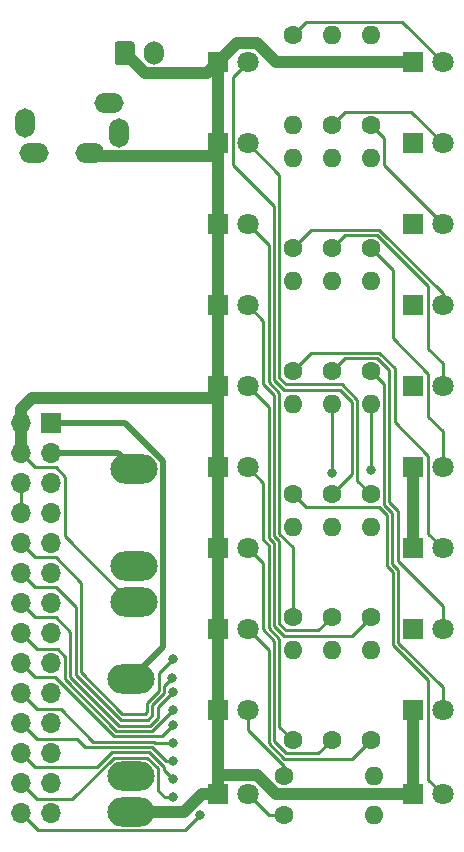
<source format=gbr>
%TF.GenerationSoftware,KiCad,Pcbnew,(5.1.10)-1*%
%TF.CreationDate,2022-02-04T18:43:22-05:00*%
%TF.ProjectId,OutputBoard_2,4f757470-7574-4426-9f61-72645f322e6b,rev?*%
%TF.SameCoordinates,Original*%
%TF.FileFunction,Copper,L1,Top*%
%TF.FilePolarity,Positive*%
%FSLAX46Y46*%
G04 Gerber Fmt 4.6, Leading zero omitted, Abs format (unit mm)*
G04 Created by KiCad (PCBNEW (5.1.10)-1) date 2022-02-04 18:43:22*
%MOMM*%
%LPD*%
G01*
G04 APERTURE LIST*
%TA.AperFunction,ComponentPad*%
%ADD10O,1.700000X2.500000*%
%TD*%
%TA.AperFunction,ComponentPad*%
%ADD11O,2.500000X1.700000*%
%TD*%
%TA.AperFunction,ComponentPad*%
%ADD12C,1.800000*%
%TD*%
%TA.AperFunction,ComponentPad*%
%ADD13R,1.800000X1.800000*%
%TD*%
%TA.AperFunction,ComponentPad*%
%ADD14O,4.000000X2.500000*%
%TD*%
%TA.AperFunction,ComponentPad*%
%ADD15O,1.600000X1.600000*%
%TD*%
%TA.AperFunction,ComponentPad*%
%ADD16C,1.600000*%
%TD*%
%TA.AperFunction,ComponentPad*%
%ADD17R,1.700000X1.700000*%
%TD*%
%TA.AperFunction,ComponentPad*%
%ADD18O,1.700000X1.700000*%
%TD*%
%TA.AperFunction,ComponentPad*%
%ADD19O,1.700000X2.000000*%
%TD*%
%TA.AperFunction,ViaPad*%
%ADD20C,0.800000*%
%TD*%
%TA.AperFunction,Conductor*%
%ADD21C,0.250000*%
%TD*%
%TA.AperFunction,Conductor*%
%ADD22C,1.000000*%
%TD*%
%TA.AperFunction,Conductor*%
%ADD23C,0.500000*%
%TD*%
G04 APERTURE END LIST*
D10*
%TO.P,J2,S*%
%TO.N,RPH*%
X65780000Y-59074000D03*
D11*
%TO.P,J2,G*%
%TO.N,GND*%
X63330000Y-60799000D03*
D10*
%TO.P,J2,T*%
%TO.N,LPH*%
X57880000Y-58274000D03*
D11*
%TO.P,J2,TN*%
%TO.N,Net-(J2-PadTN)*%
X58630000Y-60799000D03*
%TO.P,J2,SN*%
%TO.N,Net-(J2-PadSN)*%
X64930000Y-56549000D03*
%TD*%
D12*
%TO.P,D1,2*%
%TO.N,Net-(D1-Pad2)*%
X93218000Y-53086000D03*
D13*
%TO.P,D1,1*%
%TO.N,GND*%
X90678000Y-53086000D03*
%TD*%
%TO.P,D2,1*%
%TO.N,GND*%
X90678000Y-59944000D03*
D12*
%TO.P,D2,2*%
%TO.N,Net-(D2-Pad2)*%
X93218000Y-59944000D03*
%TD*%
%TO.P,D3,2*%
%TO.N,Net-(D3-Pad2)*%
X93218000Y-66802000D03*
D13*
%TO.P,D3,1*%
%TO.N,GND*%
X90678000Y-66802000D03*
%TD*%
%TO.P,D4,1*%
%TO.N,GND*%
X90678000Y-73660000D03*
D12*
%TO.P,D4,2*%
%TO.N,Net-(D4-Pad2)*%
X93218000Y-73660000D03*
%TD*%
%TO.P,D5,2*%
%TO.N,Net-(D5-Pad2)*%
X93218000Y-80518000D03*
D13*
%TO.P,D5,1*%
%TO.N,GND*%
X90678000Y-80518000D03*
%TD*%
%TO.P,D6,1*%
%TO.N,GND*%
X90678000Y-87376000D03*
D12*
%TO.P,D6,2*%
%TO.N,Net-(D6-Pad2)*%
X93218000Y-87376000D03*
%TD*%
%TO.P,D7,2*%
%TO.N,Net-(D7-Pad2)*%
X93218000Y-94234000D03*
D13*
%TO.P,D7,1*%
%TO.N,GND*%
X90678000Y-94234000D03*
%TD*%
%TO.P,D8,1*%
%TO.N,GND*%
X90678000Y-101092000D03*
D12*
%TO.P,D8,2*%
%TO.N,Net-(D8-Pad2)*%
X93218000Y-101092000D03*
%TD*%
%TO.P,D9,2*%
%TO.N,Net-(D9-Pad2)*%
X93218000Y-107950000D03*
D13*
%TO.P,D9,1*%
%TO.N,GND*%
X90678000Y-107950000D03*
%TD*%
%TO.P,D10,1*%
%TO.N,GND*%
X90678000Y-115062000D03*
D12*
%TO.P,D10,2*%
%TO.N,Net-(D10-Pad2)*%
X93218000Y-115062000D03*
%TD*%
%TO.P,D11,2*%
%TO.N,Net-(D11-Pad2)*%
X76708000Y-53086000D03*
D13*
%TO.P,D11,1*%
%TO.N,GND*%
X74168000Y-53086000D03*
%TD*%
%TO.P,D12,1*%
%TO.N,GND*%
X74168000Y-59944000D03*
D12*
%TO.P,D12,2*%
%TO.N,Net-(D12-Pad2)*%
X76708000Y-59944000D03*
%TD*%
%TO.P,D13,2*%
%TO.N,Net-(D13-Pad2)*%
X76708000Y-66802000D03*
D13*
%TO.P,D13,1*%
%TO.N,GND*%
X74168000Y-66802000D03*
%TD*%
D12*
%TO.P,D14,2*%
%TO.N,Net-(D14-Pad2)*%
X76708000Y-73660000D03*
D13*
%TO.P,D14,1*%
%TO.N,GND*%
X74168000Y-73660000D03*
%TD*%
D12*
%TO.P,D15,2*%
%TO.N,Net-(D15-Pad2)*%
X76708000Y-80518000D03*
D13*
%TO.P,D15,1*%
%TO.N,GND*%
X74168000Y-80518000D03*
%TD*%
%TO.P,D16,1*%
%TO.N,GND*%
X74168000Y-87376000D03*
D12*
%TO.P,D16,2*%
%TO.N,Net-(D16-Pad2)*%
X76708000Y-87376000D03*
%TD*%
D13*
%TO.P,D17,1*%
%TO.N,GND*%
X74168000Y-94234000D03*
D12*
%TO.P,D17,2*%
%TO.N,Net-(D17-Pad2)*%
X76708000Y-94234000D03*
%TD*%
D13*
%TO.P,D18,1*%
%TO.N,GND*%
X74168000Y-101092000D03*
D12*
%TO.P,D18,2*%
%TO.N,Net-(D18-Pad2)*%
X76708000Y-101092000D03*
%TD*%
%TO.P,D19,2*%
%TO.N,Net-(D19-Pad2)*%
X76708000Y-107950000D03*
D13*
%TO.P,D19,1*%
%TO.N,GND*%
X74168000Y-107950000D03*
%TD*%
%TO.P,D20,1*%
%TO.N,GND*%
X74168000Y-115062000D03*
D12*
%TO.P,D20,2*%
%TO.N,Net-(D20-Pad2)*%
X76708000Y-115062000D03*
%TD*%
D14*
%TO.P,J3,3*%
%TO.N,L*%
X67056000Y-87558000D03*
%TO.P,J3,2*%
%TO.N,Net-(J3-Pad2)*%
X67056000Y-95758000D03*
%TO.P,J3,1*%
%TO.N,GND*%
X67056000Y-98758000D03*
%TD*%
%TO.P,J4,1*%
%TO.N,GND*%
X66802000Y-116538000D03*
%TO.P,J4,2*%
%TO.N,Net-(J4-Pad2)*%
X66802000Y-113538000D03*
%TO.P,J4,3*%
%TO.N,R*%
X66802000Y-105338000D03*
%TD*%
D15*
%TO.P,R1,2*%
%TO.N,L110*%
X80518000Y-58420000D03*
D16*
%TO.P,R1,1*%
%TO.N,Net-(D1-Pad2)*%
X80518000Y-50800000D03*
%TD*%
%TO.P,R2,1*%
%TO.N,Net-(D2-Pad2)*%
X83820000Y-58420000D03*
D15*
%TO.P,R2,2*%
%TO.N,L19*%
X83820000Y-50800000D03*
%TD*%
%TO.P,R3,2*%
%TO.N,L18*%
X87122000Y-50800000D03*
D16*
%TO.P,R3,1*%
%TO.N,Net-(D3-Pad2)*%
X87122000Y-58420000D03*
%TD*%
D15*
%TO.P,R4,2*%
%TO.N,L17*%
X80518000Y-61214000D03*
D16*
%TO.P,R4,1*%
%TO.N,Net-(D4-Pad2)*%
X80518000Y-68834000D03*
%TD*%
%TO.P,R5,1*%
%TO.N,Net-(D5-Pad2)*%
X83820000Y-68834000D03*
D15*
%TO.P,R5,2*%
%TO.N,L16*%
X83820000Y-61214000D03*
%TD*%
D16*
%TO.P,R6,1*%
%TO.N,Net-(D6-Pad2)*%
X87122000Y-68834000D03*
D15*
%TO.P,R6,2*%
%TO.N,L15*%
X87122000Y-61214000D03*
%TD*%
%TO.P,R7,2*%
%TO.N,L14*%
X80518000Y-71628000D03*
D16*
%TO.P,R7,1*%
%TO.N,Net-(D7-Pad2)*%
X80518000Y-79248000D03*
%TD*%
%TO.P,R8,1*%
%TO.N,Net-(D8-Pad2)*%
X83820000Y-79248000D03*
D15*
%TO.P,R8,2*%
%TO.N,L13*%
X83820000Y-71628000D03*
%TD*%
%TO.P,R9,2*%
%TO.N,L12*%
X87122000Y-71628000D03*
D16*
%TO.P,R9,1*%
%TO.N,Net-(D9-Pad2)*%
X87122000Y-79248000D03*
%TD*%
D15*
%TO.P,R10,2*%
%TO.N,L11*%
X80518000Y-82042000D03*
D16*
%TO.P,R10,1*%
%TO.N,Net-(D10-Pad2)*%
X80518000Y-89662000D03*
%TD*%
%TO.P,R11,1*%
%TO.N,Net-(D11-Pad2)*%
X83820000Y-89662000D03*
D15*
%TO.P,R11,2*%
%TO.N,R110*%
X83820000Y-82042000D03*
%TD*%
D16*
%TO.P,R12,1*%
%TO.N,Net-(D12-Pad2)*%
X87122000Y-89662000D03*
D15*
%TO.P,R12,2*%
%TO.N,R19*%
X87122000Y-82042000D03*
%TD*%
%TO.P,R13,2*%
%TO.N,R18*%
X80518000Y-92456000D03*
D16*
%TO.P,R13,1*%
%TO.N,Net-(D13-Pad2)*%
X80518000Y-100076000D03*
%TD*%
D15*
%TO.P,R14,2*%
%TO.N,R17*%
X83820000Y-92456000D03*
D16*
%TO.P,R14,1*%
%TO.N,Net-(D14-Pad2)*%
X83820000Y-100076000D03*
%TD*%
%TO.P,R15,1*%
%TO.N,Net-(D15-Pad2)*%
X87122000Y-100076000D03*
D15*
%TO.P,R15,2*%
%TO.N,R16*%
X87122000Y-92456000D03*
%TD*%
%TO.P,R16,2*%
%TO.N,R15*%
X80518000Y-102870000D03*
D16*
%TO.P,R16,1*%
%TO.N,Net-(D16-Pad2)*%
X80518000Y-110490000D03*
%TD*%
%TO.P,R17,1*%
%TO.N,Net-(D17-Pad2)*%
X83820000Y-110490000D03*
D15*
%TO.P,R17,2*%
%TO.N,R14*%
X83820000Y-102870000D03*
%TD*%
D16*
%TO.P,R18,1*%
%TO.N,Net-(D18-Pad2)*%
X87122000Y-110490000D03*
D15*
%TO.P,R18,2*%
%TO.N,R13*%
X87122000Y-102870000D03*
%TD*%
%TO.P,R19,2*%
%TO.N,R12*%
X87376000Y-113538000D03*
D16*
%TO.P,R19,1*%
%TO.N,Net-(D19-Pad2)*%
X79756000Y-113538000D03*
%TD*%
%TO.P,R20,1*%
%TO.N,Net-(D20-Pad2)*%
X79756000Y-116840000D03*
D15*
%TO.P,R20,2*%
%TO.N,R11*%
X87376000Y-116840000D03*
%TD*%
D17*
%TO.P,J1,1*%
%TO.N,R*%
X60060000Y-83660000D03*
D18*
%TO.P,J1,2*%
%TO.N,GND*%
X57520000Y-83660000D03*
%TO.P,J1,3*%
%TO.N,L*%
X60060000Y-86200000D03*
%TO.P,J1,4*%
%TO.N,GND*%
X57520000Y-86200000D03*
%TO.P,J1,5*%
%TO.N,RPH*%
X60060000Y-88740000D03*
%TO.P,J1,6*%
%TO.N,MONO*%
X57520000Y-88740000D03*
%TO.P,J1,7*%
%TO.N,LPH*%
X60060000Y-91280000D03*
%TO.P,J1,8*%
%TO.N,MONO*%
X57520000Y-91280000D03*
%TO.P,J1,9*%
%TO.N,L11*%
X60060000Y-93820000D03*
%TO.P,J1,10*%
%TO.N,R11*%
X57520000Y-93820000D03*
%TO.P,J1,11*%
%TO.N,L12*%
X60060000Y-96360000D03*
%TO.P,J1,12*%
%TO.N,R12*%
X57520000Y-96360000D03*
%TO.P,J1,13*%
%TO.N,L13*%
X60060000Y-98900000D03*
%TO.P,J1,14*%
%TO.N,R13*%
X57520000Y-98900000D03*
%TO.P,J1,15*%
%TO.N,L14*%
X60060000Y-101440000D03*
%TO.P,J1,16*%
%TO.N,R14*%
X57520000Y-101440000D03*
%TO.P,J1,17*%
%TO.N,L15*%
X60060000Y-103980000D03*
%TO.P,J1,18*%
%TO.N,R15*%
X57520000Y-103980000D03*
%TO.P,J1,19*%
%TO.N,L16*%
X60060000Y-106520000D03*
%TO.P,J1,20*%
%TO.N,R16*%
X57520000Y-106520000D03*
%TO.P,J1,21*%
%TO.N,L17*%
X60060000Y-109060000D03*
%TO.P,J1,22*%
%TO.N,R17*%
X57520000Y-109060000D03*
%TO.P,J1,23*%
%TO.N,L18*%
X60060000Y-111600000D03*
%TO.P,J1,24*%
%TO.N,R18*%
X57520000Y-111600000D03*
%TO.P,J1,25*%
%TO.N,L19*%
X60060000Y-114140000D03*
%TO.P,J1,26*%
%TO.N,R19*%
X57520000Y-114140000D03*
%TO.P,J1,27*%
%TO.N,L110*%
X60060000Y-116680000D03*
%TO.P,J1,28*%
%TO.N,R110*%
X57520000Y-116680000D03*
%TD*%
%TO.P,J5,1*%
%TO.N,GND*%
%TA.AperFunction,ComponentPad*%
G36*
G01*
X65444000Y-53074000D02*
X65444000Y-51574000D01*
G75*
G02*
X65694000Y-51324000I250000J0D01*
G01*
X66894000Y-51324000D01*
G75*
G02*
X67144000Y-51574000I0J-250000D01*
G01*
X67144000Y-53074000D01*
G75*
G02*
X66894000Y-53324000I-250000J0D01*
G01*
X65694000Y-53324000D01*
G75*
G02*
X65444000Y-53074000I0J250000D01*
G01*
G37*
%TD.AperFunction*%
D19*
%TO.P,J5,2*%
%TO.N,MONO*%
X68794000Y-52324000D03*
%TD*%
D20*
%TO.N,R11*%
X70358000Y-103632000D03*
%TO.N,R12*%
X70300998Y-105213002D03*
%TO.N,R13*%
X70358000Y-106426000D03*
%TO.N,R14*%
X70358000Y-107950000D03*
%TO.N,R15*%
X70358000Y-109220000D03*
%TO.N,R16*%
X70358000Y-110744000D03*
%TO.N,R17*%
X70358000Y-112268000D03*
%TO.N,R18*%
X70358000Y-113792000D03*
%TO.N,R19*%
X70358000Y-115316000D03*
X87122000Y-87630000D03*
%TO.N,R110*%
X83820000Y-87884000D03*
X72644000Y-116840000D03*
%TD*%
D21*
%TO.N,Net-(D1-Pad2)*%
X80518000Y-50800000D02*
X81643001Y-49674999D01*
X89806999Y-49674999D02*
X93218000Y-53086000D01*
X81643001Y-49674999D02*
X89806999Y-49674999D01*
D22*
%TO.N,GND*%
X57520000Y-86200000D02*
X57520000Y-83660000D01*
D21*
X58695001Y-87375001D02*
X57520000Y-86200000D01*
X60434003Y-87375001D02*
X58695001Y-87375001D01*
X61235001Y-88175999D02*
X60434003Y-87375001D01*
X61235001Y-93239001D02*
X61235001Y-88175999D01*
X66754000Y-98758000D02*
X61235001Y-93239001D01*
X67056000Y-98758000D02*
X66754000Y-98758000D01*
D22*
X72793998Y-115062000D02*
X74168000Y-115062000D01*
X71317998Y-116538000D02*
X72793998Y-115062000D01*
X66802000Y-116538000D02*
X71317998Y-116538000D01*
X58443919Y-81534000D02*
X74168000Y-81534000D01*
X57520000Y-82457919D02*
X58443919Y-81534000D01*
X57520000Y-83660000D02*
X57520000Y-82457919D01*
X67994010Y-54024010D02*
X66294000Y-52324000D01*
X73229990Y-54024010D02*
X67994010Y-54024010D01*
X74168000Y-53086000D02*
X73229990Y-54024010D01*
X74103990Y-61024010D02*
X74168000Y-60960000D01*
X63555010Y-61024010D02*
X74103990Y-61024010D01*
X63330000Y-60799000D02*
X63555010Y-61024010D01*
X74168000Y-60960000D02*
X74168000Y-81534000D01*
X74168000Y-53086000D02*
X74168000Y-60960000D01*
X75768001Y-51485999D02*
X74168000Y-53086000D01*
X77476001Y-51485999D02*
X75768001Y-51485999D01*
X79076002Y-53086000D02*
X77476001Y-51485999D01*
X90678000Y-53086000D02*
X79076002Y-53086000D01*
X74244001Y-113461999D02*
X74168000Y-113538000D01*
X79059998Y-115062000D02*
X77459997Y-113461999D01*
X90678000Y-115062000D02*
X79059998Y-115062000D01*
X74168000Y-113538000D02*
X74168000Y-115062000D01*
X77459997Y-113461999D02*
X74244001Y-113461999D01*
X74168000Y-81534000D02*
X74168000Y-113538000D01*
X90678000Y-107950000D02*
X90678000Y-115062000D01*
X90678000Y-94234000D02*
X90678000Y-87376000D01*
D21*
%TO.N,Net-(D2-Pad2)*%
X90568999Y-57294999D02*
X93218000Y-59944000D01*
X84945001Y-57294999D02*
X90568999Y-57294999D01*
X83820000Y-58420000D02*
X84945001Y-57294999D01*
%TO.N,Net-(D3-Pad2)*%
X88247001Y-61831001D02*
X93218000Y-66802000D01*
X88247001Y-59545001D02*
X88247001Y-61831001D01*
X87122000Y-58420000D02*
X88247001Y-59545001D01*
%TO.N,Net-(D4-Pad2)*%
X93218000Y-72628588D02*
X93218000Y-73660000D01*
X87848402Y-67258990D02*
X93218000Y-72628588D01*
X82093011Y-67258989D02*
X87848402Y-67258990D01*
X80518000Y-68834000D02*
X82093011Y-67258989D01*
%TO.N,Net-(D5-Pad2)*%
X87662001Y-67708999D02*
X89452999Y-69499997D01*
X84945001Y-67708999D02*
X87662001Y-67708999D01*
X83820000Y-68834000D02*
X84945001Y-67708999D01*
X93218000Y-78585002D02*
X93218000Y-80518000D01*
X91992999Y-72039997D02*
X89452999Y-69499997D01*
X91992999Y-77360001D02*
X91992999Y-72039997D01*
X93218000Y-78585002D02*
X91992999Y-77360001D01*
%TO.N,Net-(D6-Pad2)*%
X87122000Y-68834000D02*
X89002989Y-70714989D01*
X89002989Y-76457987D02*
X91992999Y-79447997D01*
X89002989Y-70714989D02*
X89002989Y-76457987D01*
X91992999Y-79447997D02*
X91992999Y-83102999D01*
X93218000Y-84328000D02*
X93218000Y-87376000D01*
X91992999Y-83102999D02*
X93218000Y-84328000D01*
%TO.N,Net-(D7-Pad2)*%
X82093011Y-77672989D02*
X87848402Y-77672990D01*
X80518000Y-79248000D02*
X82093011Y-77672989D01*
X91992999Y-93008999D02*
X91992999Y-86404999D01*
X93218000Y-94234000D02*
X91992999Y-93008999D01*
X89147021Y-83559021D02*
X89147021Y-82543021D01*
X91992999Y-86404999D02*
X89147021Y-83559021D01*
X87848402Y-77672990D02*
X89147021Y-78971609D01*
X89147021Y-78971609D02*
X89147021Y-82543021D01*
%TO.N,Net-(D8-Pad2)*%
X84945001Y-78122999D02*
X87662001Y-78122999D01*
X83820000Y-79248000D02*
X84945001Y-78122999D01*
X88697011Y-89864989D02*
X88697012Y-90349422D01*
X88697012Y-90349422D02*
X89408000Y-91060410D01*
X93218000Y-99159002D02*
X93218000Y-101092000D01*
X89408000Y-95349002D02*
X93218000Y-99159002D01*
X89408000Y-91060410D02*
X89408000Y-95349002D01*
X87662001Y-78122999D02*
X88697011Y-79158009D01*
X88697011Y-79158009D02*
X88697011Y-89864989D01*
%TO.N,Net-(D9-Pad2)*%
X88247003Y-90279003D02*
X88247003Y-90535823D01*
X88247001Y-90279001D02*
X88247003Y-90279003D01*
X88247001Y-90060999D02*
X88247001Y-90279001D01*
X88957990Y-91246810D02*
X88957990Y-95561990D01*
X88247003Y-90535823D02*
X88957990Y-91246810D01*
X88957990Y-95561990D02*
X89452999Y-96056999D01*
X93218000Y-106017002D02*
X93218000Y-107950000D01*
X89452999Y-102252001D02*
X93218000Y-106017002D01*
X89452999Y-96056999D02*
X89452999Y-102252001D01*
X88247001Y-80373001D02*
X88247001Y-90060999D01*
X87122000Y-79248000D02*
X88247001Y-80373001D01*
%TO.N,Net-(D10-Pad2)*%
X81643001Y-90787001D02*
X80518000Y-89662000D01*
X88507980Y-91433210D02*
X87861771Y-90787001D01*
X87861771Y-90787001D02*
X81643001Y-90787001D01*
X88507980Y-95748390D02*
X88507980Y-91433210D01*
X89002989Y-96243399D02*
X88507980Y-95748390D01*
X89002989Y-102438401D02*
X89002989Y-96243399D01*
X89452999Y-102888411D02*
X89002989Y-102438401D01*
X91992999Y-113836999D02*
X93218000Y-115062000D01*
X91992999Y-105428411D02*
X91992999Y-113836999D01*
X89452999Y-102888411D02*
X91992999Y-105428411D01*
%TO.N,Net-(D11-Pad2)*%
X83820000Y-89662000D02*
X85546989Y-87935011D01*
X85546989Y-87935011D02*
X85546989Y-81865399D01*
X79791598Y-80823010D02*
X78942989Y-79974401D01*
X84504601Y-80823011D02*
X79791598Y-80823010D01*
X85546989Y-81865399D02*
X84504601Y-80823011D01*
X78942989Y-79974401D02*
X78942989Y-65278000D01*
X75482999Y-61818010D02*
X75482999Y-54311001D01*
X75482999Y-54311001D02*
X76708000Y-53086000D01*
X78942989Y-65278000D02*
X75482999Y-61818010D01*
%TO.N,Net-(D12-Pad2)*%
X85996999Y-88536999D02*
X85996999Y-81678999D01*
X87122000Y-89662000D02*
X85996999Y-88536999D01*
X85996999Y-81678999D02*
X84691001Y-80373001D01*
X79977999Y-80373001D02*
X79392999Y-79788001D01*
X84691001Y-80373001D02*
X79977999Y-80373001D01*
X79392999Y-62628999D02*
X76708000Y-59944000D01*
X79392999Y-79788001D02*
X79392999Y-62628999D01*
%TO.N,Net-(D13-Pad2)*%
X78486000Y-68580000D02*
X76708000Y-66802000D01*
X79392999Y-81060821D02*
X78486000Y-80153822D01*
X79392999Y-92996001D02*
X79392999Y-81060821D01*
X78486000Y-80153822D02*
X78486000Y-68580000D01*
X80518000Y-94121002D02*
X79392999Y-92996001D01*
X80518000Y-100076000D02*
X80518000Y-94121002D01*
%TO.N,Net-(D14-Pad2)*%
X79392999Y-100616001D02*
X79392999Y-93632411D01*
X79977999Y-101201001D02*
X79392999Y-100616001D01*
X82694999Y-101201001D02*
X79977999Y-101201001D01*
X83820000Y-100076000D02*
X82694999Y-101201001D01*
X79392999Y-93632411D02*
X78942989Y-93182401D01*
X78942989Y-81247221D02*
X78035990Y-80340222D01*
X78942989Y-93182401D02*
X78942989Y-81247221D01*
X78035990Y-74987990D02*
X76708000Y-73660000D01*
X78035990Y-80340222D02*
X78035990Y-74987990D01*
%TO.N,Net-(D15-Pad2)*%
X85546989Y-101651011D02*
X79791599Y-101651011D01*
X87122000Y-100076000D02*
X85546989Y-101651011D01*
X79791599Y-101651011D02*
X78942989Y-100802401D01*
X78942989Y-100802401D02*
X78942989Y-93818811D01*
X78942989Y-93818811D02*
X78486000Y-93361822D01*
X78486000Y-82296000D02*
X76708000Y-80518000D01*
X78486000Y-93361822D02*
X78486000Y-82296000D01*
%TO.N,Net-(D16-Pad2)*%
X80518000Y-110490000D02*
X79392999Y-109364999D01*
X79392999Y-109364999D02*
X79392999Y-101888821D01*
X79392999Y-101888821D02*
X78486000Y-100981822D01*
X78486000Y-100981822D02*
X78486000Y-93998232D01*
X78486000Y-93998232D02*
X78035990Y-93548222D01*
X78035990Y-88703990D02*
X76708000Y-87376000D01*
X78035990Y-93548222D02*
X78035990Y-88703990D01*
%TO.N,Net-(D17-Pad2)*%
X79977999Y-111615001D02*
X78942989Y-110579991D01*
X82694999Y-111615001D02*
X79977999Y-111615001D01*
X83820000Y-110490000D02*
X82694999Y-111615001D01*
X78942989Y-102075221D02*
X77978000Y-101110232D01*
X78942989Y-110579991D02*
X78942989Y-102075221D01*
X77978000Y-95504000D02*
X76708000Y-94234000D01*
X77978000Y-101110232D02*
X77978000Y-95504000D01*
%TO.N,Net-(D18-Pad2)*%
X79791598Y-112065010D02*
X78486000Y-110759412D01*
X85546989Y-112065011D02*
X79791598Y-112065010D01*
X87122000Y-110490000D02*
X85546989Y-112065011D01*
X78486000Y-102870000D02*
X76708000Y-101092000D01*
X78486000Y-110759412D02*
X78486000Y-102870000D01*
%TO.N,Net-(D19-Pad2)*%
X79756000Y-113538000D02*
X79756000Y-112665822D01*
X76708000Y-109617822D02*
X76708000Y-107950000D01*
X79756000Y-112665822D02*
X76708000Y-109617822D01*
%TO.N,Net-(D20-Pad2)*%
X78486000Y-116840000D02*
X76708000Y-115062000D01*
X79756000Y-116840000D02*
X78486000Y-116840000D01*
D23*
%TO.N,R*%
X66312177Y-83660000D02*
X60060000Y-83660000D01*
X69506010Y-86853833D02*
X66312177Y-83660000D01*
X69506010Y-102633990D02*
X69506010Y-86853833D01*
X66802000Y-105338000D02*
X69506010Y-102633990D01*
%TO.N,L*%
X65698000Y-86200000D02*
X67056000Y-87558000D01*
X60060000Y-86200000D02*
X65698000Y-86200000D01*
D21*
%TO.N,MONO*%
X57520000Y-91280000D02*
X57520000Y-88740000D01*
%TO.N,R11*%
X60434003Y-94995001D02*
X62585031Y-97146029D01*
X58695001Y-94995001D02*
X60434003Y-94995001D01*
X57520000Y-93820000D02*
X58695001Y-94995001D01*
X62585031Y-97146029D02*
X62585031Y-104746211D01*
X62585031Y-104746211D02*
X66104205Y-108265385D01*
X68187980Y-108088020D02*
X68187981Y-107323199D01*
X68010615Y-108265385D02*
X68187980Y-108088020D01*
X66104205Y-108265385D02*
X68010615Y-108265385D01*
X69182990Y-106328190D02*
X69182990Y-104807010D01*
X68187981Y-107323199D02*
X69182990Y-106328190D01*
X69182990Y-104807010D02*
X70358000Y-103632000D01*
X70358000Y-103632000D02*
X70358000Y-103632000D01*
%TO.N,R12*%
X60434003Y-97535001D02*
X62135021Y-99236019D01*
X58695001Y-97535001D02*
X60434003Y-97535001D01*
X57520000Y-96360000D02*
X58695001Y-97535001D01*
X62135021Y-99236019D02*
X62135021Y-104932611D01*
X62135021Y-104932611D02*
X65377359Y-108174949D01*
X70300998Y-105410000D02*
X70300998Y-105213002D01*
X70300998Y-105213002D02*
X70300998Y-105213002D01*
X68222258Y-108812922D02*
X66015332Y-108812922D01*
X68637990Y-108397190D02*
X68222258Y-108812922D01*
X66015332Y-108812922D02*
X65377359Y-108174949D01*
X68637990Y-107509600D02*
X68637990Y-108397190D01*
X69632999Y-106514591D02*
X68637990Y-107509600D01*
X69632999Y-105881001D02*
X69632999Y-106514591D01*
X70300998Y-105213002D02*
X69632999Y-105881001D01*
%TO.N,R13*%
X70101180Y-106426000D02*
X70358000Y-106426000D01*
X70358000Y-106426000D02*
X70358000Y-106426000D01*
X58695001Y-100075001D02*
X57520000Y-98900000D01*
X60434003Y-100075001D02*
X58695001Y-100075001D01*
X61685011Y-101326009D02*
X60434003Y-100075001D01*
X61685011Y-105119011D02*
X61685011Y-101326009D01*
X65828932Y-109262932D02*
X61685011Y-105119011D01*
X68408658Y-109262932D02*
X65828932Y-109262932D01*
X69088000Y-108583590D02*
X68408658Y-109262932D01*
X69088000Y-107696000D02*
X69088000Y-108583590D01*
X70358000Y-106426000D02*
X69088000Y-107696000D01*
%TO.N,R14*%
X70358000Y-107950000D02*
X70358000Y-107950000D01*
X58884999Y-102804999D02*
X57520000Y-101440000D01*
X61214000Y-105156000D02*
X61235001Y-105134999D01*
X60624001Y-102804999D02*
X58884999Y-102804999D01*
X61214000Y-105332569D02*
X61214000Y-105156000D01*
X65594373Y-109712942D02*
X61214000Y-105332569D01*
X61235001Y-103415999D02*
X60624001Y-102804999D01*
X61235001Y-105134999D02*
X61235001Y-103415999D01*
X68595058Y-109712942D02*
X65594373Y-109712942D01*
X70358000Y-107950000D02*
X68595058Y-109712942D01*
%TO.N,R15*%
X70358000Y-109220000D02*
X70358000Y-109220000D01*
X58695001Y-105155001D02*
X57520000Y-103980000D01*
X60400022Y-105155001D02*
X58695001Y-105155001D01*
X65407973Y-110162952D02*
X60400022Y-105155001D01*
X69415048Y-110162952D02*
X65407973Y-110162952D01*
X70358000Y-109220000D02*
X69415048Y-110162952D01*
%TO.N,R16*%
X70358000Y-110998000D02*
X70358000Y-110998000D01*
X68894630Y-110744000D02*
X68864315Y-110713685D01*
X70358000Y-110744000D02*
X68894630Y-110744000D01*
X60894999Y-107884999D02*
X58884999Y-107884999D01*
X63622962Y-110612962D02*
X60894999Y-107884999D01*
X68763590Y-110612962D02*
X63622962Y-110612962D01*
X58884999Y-107884999D02*
X57520000Y-106520000D01*
X68894630Y-110744000D02*
X68763590Y-110612962D01*
%TO.N,R17*%
X57520000Y-109060000D02*
X58884999Y-110424999D01*
X69782220Y-112268000D02*
X70358000Y-112268000D01*
X70358000Y-112268000D02*
X70358000Y-112268000D01*
X68577190Y-111062972D02*
X62927028Y-111062972D01*
X69782220Y-112268000D02*
X68577190Y-111062972D01*
X62289055Y-110424999D02*
X58884999Y-110424999D01*
X62927028Y-111062972D02*
X62289055Y-110424999D01*
%TO.N,R18*%
X68390791Y-111512981D02*
X69596000Y-112718190D01*
X65213210Y-111512980D02*
X68390791Y-111512981D01*
X63951189Y-112775001D02*
X65213210Y-111512980D01*
X58695001Y-112775001D02*
X63951189Y-112775001D01*
X57520000Y-111600000D02*
X58695001Y-112775001D01*
X69596000Y-112718190D02*
X69596000Y-113030000D01*
X69596000Y-113030000D02*
X70358000Y-113792000D01*
X70358000Y-113792000D02*
X70358000Y-113792000D01*
%TO.N,R19*%
X68204390Y-111962990D02*
X69127010Y-112885610D01*
X69127010Y-112885610D02*
X69127010Y-114768990D01*
X65399610Y-111962990D02*
X68204390Y-111962990D01*
X61857601Y-115504999D02*
X65399610Y-111962990D01*
X58884999Y-115504999D02*
X61857601Y-115504999D01*
X57520000Y-114140000D02*
X58884999Y-115504999D01*
X69127010Y-114768990D02*
X69674020Y-115316000D01*
X69674020Y-115316000D02*
X70358000Y-115316000D01*
X87122000Y-82042000D02*
X87122000Y-87376000D01*
X87122000Y-87376000D02*
X87122000Y-87630000D01*
X87122000Y-87630000D02*
X87122000Y-87630000D01*
%TO.N,R110*%
X57520000Y-116680000D02*
X58953010Y-118113010D01*
X68583010Y-118113010D02*
X69084990Y-118113010D01*
X58953010Y-118113010D02*
X68583010Y-118113010D01*
X83820000Y-82042000D02*
X83820000Y-87884000D01*
X83820000Y-87884000D02*
X83820000Y-87884000D01*
X69084990Y-118113010D02*
X71370990Y-118113010D01*
X71370990Y-118113010D02*
X72644000Y-116840000D01*
X72644000Y-116840000D02*
X72644000Y-116840000D01*
%TD*%
M02*

</source>
